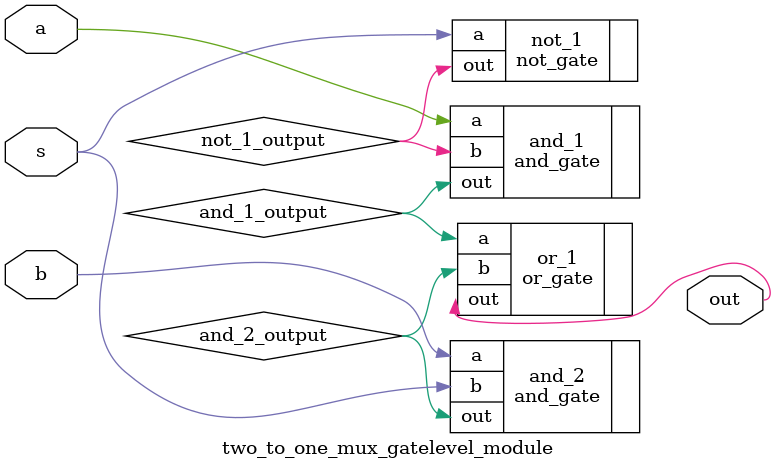
<source format=v>

module two_to_one_mux_gatelevel_module (a, b, s, out);
	input a, b;
	input s;	
	output out;
	
	wire not_1_output;
	wire and_1_output, and_2_output;
	
	not_gate not_1(.a(s), .out(not_1_output));
	and_gate and_1(.a(a), .b(not_1_output), .out(and_1_output));
	and_gate and_2(.a(b), .b(s), .out(and_2_output));
	or_gate or_1(.a(and_1_output), .b(and_2_output), .out(out));

endmodule
</source>
